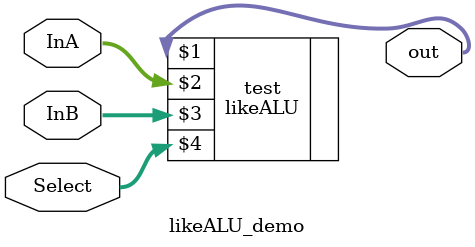
<source format=v>

module likeALU_demo
(
// {ALTERA_ARGS_BEGIN} DO NOT REMOVE THIS LINE!

	InA,
	InB,
	Select,
	out
// {ALTERA_ARGS_END} DO NOT REMOVE THIS LINE!

);

// {ALTERA_IO_BEGIN} DO NOT REMOVE THIS LINE!
input	[4:0]	InA;
input	[4:0]	InB;
input	[1:0]	Select;
output	[4:0]	out;

// {ALTERA_IO_END} DO NOT REMOVE THIS LINE!
// {ALTERA_MODULE_BEGIN} DO NOT REMOVE THIS LINE!
likeALU test (out,InA,InB,Select);


// {ALTERA_MODULE_END} DO NOT REMOVE THIS LINE!
endmodule

</source>
